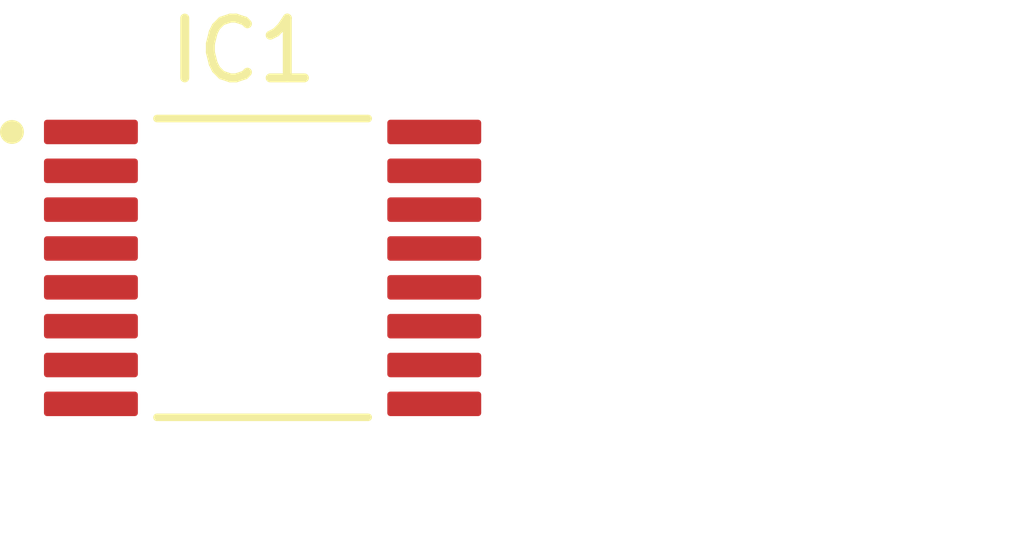
<source format=kicad_pcb>
(kicad_pcb (version 20221018) (generator pcbnew)
  (layers (0 "F.Cu" signal) (31 "B.Cu" signal) (34 "B.Paste" user) (35 "F.Paste" user) (36 "B.SilkS" user "B.Silkscreen") (37 "F.SilkS" user "F.Silkscreen") (38 "B.Mask" user) (39 "F.Mask" user) (44 "Edge.Cuts" user))
  (net 0 "")
  (net 4 "Net-(IC1-VREFIN{slash}VREFOUT)")
  (net 5 "GND")
  (net 6 "-5v")
  (net 7 "Net-(IC1-VOUT)")
  (net 8 "Vin")
  (net 10 "MISO")
  (net 12 "MOSI")
  (net 13 "Sync'")
  (net 14 "Sclk")
  (footprint "21xt_footprints:SOP65P640X120-16N" (layer "F.Cu") (at 4.39 2.775)
    (fp_text reference "IC1" (at -0.325 -3.635) (layer "F.SilkS"))
    (fp_text value "AD5721RBRUZ")
    (fp_line (start -1.765 -2.5) (end 1.765 -2.5) (stroke (width 0.127)) (layer "F.SilkS"))
    (fp_line (start 1.765 2.5) (end -1.765 2.5) (stroke (width 0.127)) (layer "F.SilkS"))
    (fp_circle (center -4.19 -2.275) (end -4.09 -2.275) (stroke (width 0.2)) (fill none) (layer "F.SilkS"))
    (pad "1" smd roundrect (at -2.87 -2.275) (size 1.57 0.41) (layers "F.Cu" "F.Paste" "F.Mask") (roundrect_rratio 0.125))
    (pad "2" smd roundrect (at -2.87 -1.625) (size 1.57 0.41) (layers "F.Cu" "F.Paste" "F.Mask") (roundrect_rratio 0.125))
    (pad "3" smd roundrect (at -2.87 -0.975) (size 1.57 0.41) (layers "F.Cu" "F.Paste" "F.Mask") (roundrect_rratio 0.125))
    (pad "4" smd roundrect (at -2.87 -0.325) (size 1.57 0.41) (layers "F.Cu" "F.Paste" "F.Mask") (roundrect_rratio 0.125) (net 4 "Net-(IC1-VREFIN{slash}VREFOUT)"))
    (pad "5" smd roundrect (at -2.87 0.325) (size 1.57 0.41) (layers "F.Cu" "F.Paste" "F.Mask") (roundrect_rratio 0.125) (net 5 "GND"))
    (pad "6" smd roundrect (at -2.87 0.975) (size 1.57 0.41) (layers "F.Cu" "F.Paste" "F.Mask") (roundrect_rratio 0.125) (net 6 "-5v"))
    (pad "7" smd roundrect (at -2.87 1.625) (size 1.57 0.41) (layers "F.Cu" "F.Paste" "F.Mask") (roundrect_rratio 0.125) (net 7 "Net-(IC1-VOUT)"))
    (pad "8" smd roundrect (at -2.87 2.275) (size 1.57 0.41) (layers "F.Cu" "F.Paste" "F.Mask") (roundrect_rratio 0.125) (net 8 "Vin"))
    (pad "9" smd roundrect (at 2.87 2.275) (size 1.57 0.41) (layers "F.Cu" "F.Paste" "F.Mask") (roundrect_rratio 0.125))
    (pad "10" smd roundrect (at 2.87 1.625) (size 1.57 0.41) (layers "F.Cu" "F.Paste" "F.Mask") (roundrect_rratio 0.125) (net 10 "MISO"))
    (pad "11" smd roundrect (at 2.87 0.975) (size 1.57 0.41) (layers "F.Cu" "F.Paste" "F.Mask") (roundrect_rratio 0.125))
    (pad "12" smd roundrect (at 2.87 0.325) (size 1.57 0.41) (layers "F.Cu" "F.Paste" "F.Mask") (roundrect_rratio 0.125) (net 12 "MOSI"))
    (pad "13" smd roundrect (at 2.87 -0.325) (size 1.57 0.41) (layers "F.Cu" "F.Paste" "F.Mask") (roundrect_rratio 0.125) (net 13 "Sync'"))
    (pad "14" smd roundrect (at 2.87 -0.975) (size 1.57 0.41) (layers "F.Cu" "F.Paste" "F.Mask") (roundrect_rratio 0.125) (net 14 "Sclk"))
    (pad "15" smd roundrect (at 2.87 -1.625) (size 1.57 0.41) (layers "F.Cu" "F.Paste" "F.Mask") (roundrect_rratio 0.125) (net 8 "Vin"))
    (pad "16" smd roundrect (at 2.87 -2.275) (size 1.57 0.41) (layers "F.Cu" "F.Paste" "F.Mask") (roundrect_rratio 0.125) (net 5 "GND"))
  )
)
</source>
